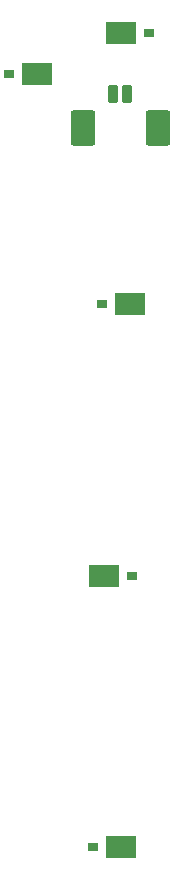
<source format=gbr>
%TF.GenerationSoftware,KiCad,Pcbnew,9.0.0-rc3*%
%TF.CreationDate,2025-06-30T09:22:31-05:00*%
%TF.ProjectId,pv_panel,70765f70-616e-4656-9c2e-6b696361645f,rev?*%
%TF.SameCoordinates,Original*%
%TF.FileFunction,Paste,Bot*%
%TF.FilePolarity,Positive*%
%FSLAX46Y46*%
G04 Gerber Fmt 4.6, Leading zero omitted, Abs format (unit mm)*
G04 Created by KiCad (PCBNEW 9.0.0-rc3) date 2025-06-30 09:22:31*
%MOMM*%
%LPD*%
G01*
G04 APERTURE LIST*
G04 Aperture macros list*
%AMRoundRect*
0 Rectangle with rounded corners*
0 $1 Rounding radius*
0 $2 $3 $4 $5 $6 $7 $8 $9 X,Y pos of 4 corners*
0 Add a 4 corners polygon primitive as box body*
4,1,4,$2,$3,$4,$5,$6,$7,$8,$9,$2,$3,0*
0 Add four circle primitives for the rounded corners*
1,1,$1+$1,$2,$3*
1,1,$1+$1,$4,$5*
1,1,$1+$1,$6,$7*
1,1,$1+$1,$8,$9*
0 Add four rect primitives between the rounded corners*
20,1,$1+$1,$2,$3,$4,$5,0*
20,1,$1+$1,$4,$5,$6,$7,0*
20,1,$1+$1,$6,$7,$8,$9,0*
20,1,$1+$1,$8,$9,$2,$3,0*%
G04 Aperture macros list end*
%ADD10R,0.838200X0.660400*%
%ADD11R,2.641600X1.955800*%
%ADD12RoundRect,0.200000X0.200000X0.600000X-0.200000X0.600000X-0.200000X-0.600000X0.200000X-0.600000X0*%
%ADD13RoundRect,0.250001X0.799999X1.249999X-0.799999X1.249999X-0.799999X-1.249999X0.799999X-1.249999X0*%
G04 APERTURE END LIST*
D10*
%TO.C,CR3*%
X147502000Y-99400000D03*
D11*
X145111800Y-99400000D03*
%TD*%
D10*
%TO.C,CR2*%
X144953900Y-76400000D03*
D11*
X147344100Y-76400000D03*
%TD*%
D10*
%TO.C,CR1*%
X148990200Y-53400000D03*
D11*
X146600000Y-53400000D03*
%TD*%
D10*
%TO.C,CR0*%
X137109800Y-56900000D03*
D11*
X139500000Y-56900000D03*
%TD*%
D12*
%TO.C,J1*%
X147125000Y-58600000D03*
X145875000Y-58600000D03*
D13*
X149675000Y-61500000D03*
X143325000Y-61500000D03*
%TD*%
D10*
%TO.C,CR4*%
X144209800Y-122400000D03*
D11*
X146600000Y-122400000D03*
%TD*%
M02*

</source>
